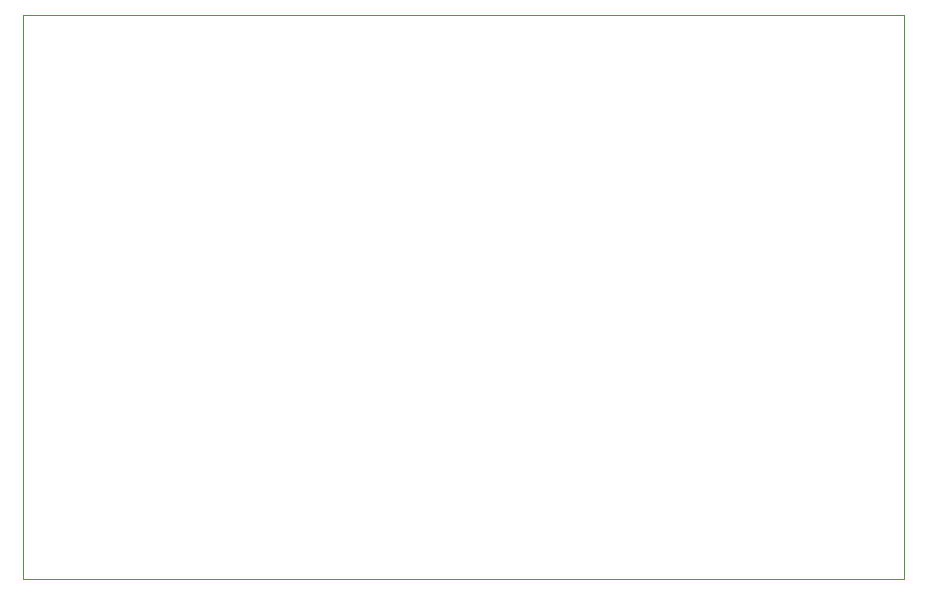
<source format=gm1>
G04 #@! TF.GenerationSoftware,KiCad,Pcbnew,(6.0.11)*
G04 #@! TF.CreationDate,2023-06-13T18:49:01+03:00*
G04 #@! TF.ProjectId,flyback_48V_48W,666c7962-6163-46b5-9f34-38565f343857,rev?*
G04 #@! TF.SameCoordinates,Original*
G04 #@! TF.FileFunction,Profile,NP*
%FSLAX46Y46*%
G04 Gerber Fmt 4.6, Leading zero omitted, Abs format (unit mm)*
G04 Created by KiCad (PCBNEW (6.0.11)) date 2023-06-13 18:49:01*
%MOMM*%
%LPD*%
G01*
G04 APERTURE LIST*
G04 #@! TA.AperFunction,Profile*
%ADD10C,0.100000*%
G04 #@! TD*
G04 APERTURE END LIST*
D10*
X100700000Y-37000000D02*
X175300000Y-37000000D01*
X175300000Y-37000000D02*
X175300000Y-84800000D01*
X175300000Y-84800000D02*
X100700000Y-84800000D01*
X100700000Y-84800000D02*
X100700000Y-37000000D01*
M02*

</source>
